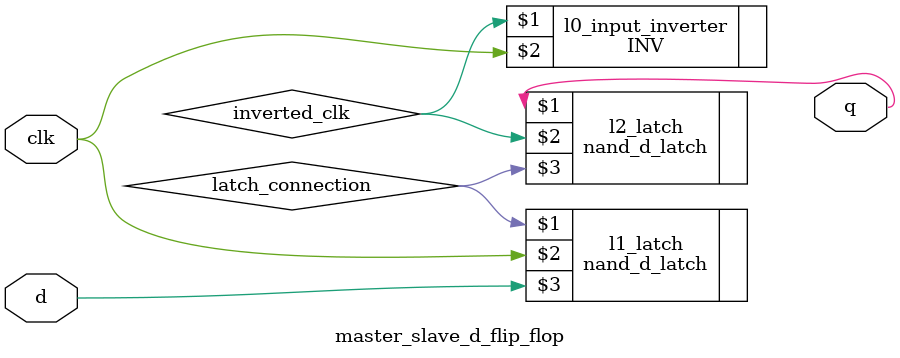
<source format=sv>
module master_slave_d_flip_flop (q, d, clk);
    input d, clk;
    output q;

    wire inverted_clk, latch_connection;

    INV l0_input_inverter(inverted_clk, clk);

    nand_d_latch l1_latch(latch_connection, clk, d);
    nand_d_latch l2_latch(q, inverted_clk, latch_connection);
endmodule
</source>
